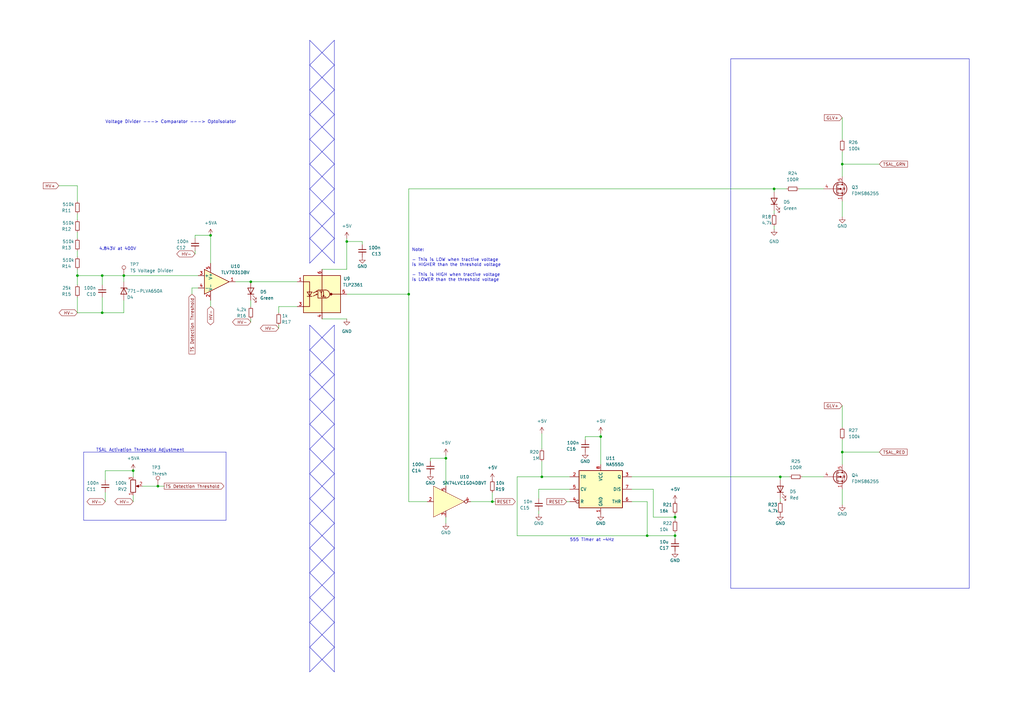
<source format=kicad_sch>
(kicad_sch (version 20230121) (generator eeschema)
  (paper "A3")
  (title_block (title "UCM23 Discharge & TSAL") (date "2023-06-26") (rev "V1.0") (company "Niko Smith") (comment 1 "University of Canterbury Motorsport"))
  (lib_symbols
    (symbol "Comparator:TLV7031DBV" (pin_names (offset 0.127))
      (property "Reference" "U" (at -1.27 6.35 0))
      (property "Value" "TLV7031DBV" (at -1.27 3.81 0))
      (symbol "TLV7031DBV_0_1"
        (polyline (pts (xy -5.08 5.08) (xy 5.08 0) (xy -5.08 -5.08) (xy -5.08 5.08)) (stroke (width 0.254)) (fill (type background)))
        (pin power_in line (at -2.54 -7.62 90) (length 3.81) (name "V-") (number "2"))
        (pin power_in line (at -2.54 7.62 270) (length 3.81) (name "V+") (number "5"))
      )
      (symbol "TLV7031DBV_1_1"
        (pin output line (at 7.62 0 180) (length 2.54) (name "~") (number "1"))
        (pin input line (at -7.62 2.54 0) (length 2.54) (name "+") (number "3"))
        (pin input line (at -7.62 -2.54 0) (length 2.54) (name "-") (number "4"))
      )
    )
    (symbol "Connector:TestPoint" (pin_numbers hide) (pin_names (offset 0.762) hide)
      (property "Reference" "TP" (at 0 6.858 0))
      (property "Value" "TestPoint" (at 0 5.08 0))
      (symbol "TestPoint_0_1"
        (circle (center 0 3.302) (radius 0.762))
      )
      (symbol "TestPoint_1_1"
        (pin passive line (at 0 0 90) (length 2.54) (name "1") (number "1"))
      )
    )
    (symbol "Device:C_Small" (pin_numbers hide) (pin_names (offset 0.254) hide)
      (property "Reference" "C" (at 0.254 1.778 0))
      (property "Value" "C_Small" (at 0.254 -2.032 0))
      (symbol "C_Small_0_1"
        (polyline (pts (xy -1.524 -0.508) (xy 1.524 -0.508)) (stroke (width 0.3302)))
        (polyline (pts (xy -1.524 0.508) (xy 1.524 0.508)) (stroke (width 0.3048)))
      )
      (symbol "C_Small_1_1"
        (pin passive line (at 0 2.54 270) (length 2.032) (name "~") (number "1"))
        (pin passive line (at 0 -2.54 90) (length 2.032) (name "~") (number "2"))
      )
    )
    (symbol "Device:D_Zener" (pin_numbers hide) (pin_names (offset 1.016) hide)
      (property "Reference" "D3" (at 2.54 1.27 90))
      (property "Value" "771-PLVA650A" (at 2.54 -1.27 90))
      (symbol "D_Zener_0_1"
        (polyline (pts (xy 1.27 0) (xy -1.27 0)))
        (polyline (pts (xy -1.27 -1.27) (xy -1.27 1.27) (xy -0.762 1.27)) (stroke (width 0.254)))
        (polyline (pts (xy 1.27 -1.27) (xy 1.27 1.27) (xy -1.27 0) (xy 1.27 -1.27)) (stroke (width 0.254)))
      )
      (symbol "D_Zener_1_1"
        (pin passive line (at 3.81 0 180) (length 2.54) (name "A") (number "1"))
        (pin passive line (at -3.81 0 0) (length 2.54) (name "K") (number "3"))
      )
    )
    (symbol "Device:LED" (pin_numbers hide) (pin_names (offset 1.016) hide)
      (property "Reference" "D" (at 0 2.54 0))
      (property "Value" "LED" (at 0 -2.54 0))
      (symbol "LED_0_1"
        (polyline (pts (xy -1.27 -1.27) (xy -1.27 1.27)) (stroke (width 0.254)))
        (polyline (pts (xy -1.27 0) (xy 1.27 0)))
        (polyline (pts (xy 1.27 -1.27) (xy 1.27 1.27) (xy -1.27 0) (xy 1.27 -1.27)) (stroke (width 0.254)))
        (polyline (pts (xy -3.048 -0.762) (xy -4.572 -2.286) (xy -3.81 -2.286) (xy -4.572 -2.286) (xy -4.572 -1.524)))
        (polyline (pts (xy -1.778 -0.762) (xy -3.302 -2.286) (xy -2.54 -2.286) (xy -3.302 -2.286) (xy -3.302 -1.524)))
      )
      (symbol "LED_1_1"
        (pin passive line (at -3.81 0 0) (length 2.54) (name "K") (number "1"))
        (pin passive line (at 3.81 0 180) (length 2.54) (name "A") (number "2"))
      )
    )
    (symbol "Device:R_Potentiometer" (pin_names (offset 1.016) hide)
      (property "Reference" "RV" (at -4.445 0 90))
      (property "Value" "R_Potentiometer" (at -2.54 0 90))
      (symbol "R_Potentiometer_0_1"
        (polyline (pts (xy 2.54 0) (xy 1.524 0)))
        (polyline (pts (xy 1.143 0) (xy 2.286 0.508) (xy 2.286 -0.508) (xy 1.143 0)) (fill (type outline)))
        (rectangle (start 1.016 2.54) (end -1.016 -2.54) (stroke (width 0.254)))
      )
      (symbol "R_Potentiometer_1_1"
        (pin passive line (at 0 3.81 270) (length 1.27) (name "1") (number "1"))
        (pin passive line (at 3.81 0 180) (length 1.27) (name "2") (number "2"))
        (pin passive line (at 0 -3.81 90) (length 1.27) (name "3") (number "3"))
      )
    )
    (symbol "Device:R_Small" (pin_numbers hide) (pin_names (offset 0.254) hide)
      (property "Reference" "R" (at 0.762 0.508 0))
      (property "Value" "R_Small" (at 0.762 -1.016 0))
      (symbol "R_Small_0_1"
        (rectangle (start -0.762 1.778) (end 0.762 -1.778) (stroke (width 0.2032)))
      )
      (symbol "R_Small_1_1"
        (pin passive line (at 0 2.54 270) (length 0.762) (name "~") (number "1"))
        (pin passive line (at 0 -2.54 90) (length 0.762) (name "~") (number "2"))
      )
    )
    (symbol "Isolator:TLP2361" (pin_names (offset 1.016) hide)
      (property "Reference" "U" (at -7.112 8.89 0))
      (property "Value" "TLP2361" (at 1.016 9.144 0))
      (symbol "TLP2361_0_1"
        (rectangle (start -7.62 7.62) (end 7.62 -7.62) (stroke (width 0.254)) (fill (type background)))
        (polyline (pts (xy -6.096 -0.889) (xy -4.064 -0.889)) (stroke (width 0.254)))
        (polyline (pts (xy -5.08 -1.27) (xy -5.08 -0.9144)) (stroke (width 0.254)))
        (polyline (pts (xy -5.08 1.016) (xy -5.08 -0.762)) (stroke (width 0.254)))
        (polyline (pts (xy -5.08 1.27) (xy -5.08 0.9144)) (stroke (width 0.254)))
        (polyline (pts (xy -3.556 -0.762) (xy -2.032 0)) (stroke (width 0.254)))
        (polyline (pts (xy -3.556 0.508) (xy -2.032 1.27)) (stroke (width 0.254)))
        (polyline (pts (xy -2.032 0) (xy -2.3368 0.0508)) (stroke (width 0.254)))
        (polyline (pts (xy -2.032 0) (xy -2.1844 -0.3048)) (stroke (width 0.254)))
        (polyline (pts (xy -2.032 1.27) (xy -2.3368 1.3208)) (stroke (width 0.254)))
        (polyline (pts (xy -2.032 1.27) (xy -2.1844 0.9652)) (stroke (width 0.254)))
        (polyline (pts (xy -0.0508 -7.6962) (xy -0.0508 -1.7272)) (stroke (width 0.254)))
        (polyline (pts (xy 0 7.6454) (xy 0 1.8034)) (stroke (width 0.254)))
        (polyline (pts (xy 0.8382 -0.5334) (xy 0.5842 -0.8128)) (stroke (width 0.254)))
        (polyline (pts (xy 7.747 0) (xy 4.064 0)) (stroke (width 0.254)))
        (polyline (pts (xy -7.62 -5.08) (xy -5.08 -5.08) (xy -5.08 -1.27)) (stroke (width 0.254)))
        (polyline (pts (xy -5.08 1.27) (xy -5.08 5.08) (xy -7.62 5.08)) (stroke (width 0.254)))
        (polyline (pts (xy -0.2794 0.6604) (xy -0.2794 -1.1176) (xy 1.6002 -1.1176)) (stroke (width 0.254)))
        (polyline (pts (xy 0.5842 -0.7874) (xy 0.3302 -0.5334) (xy 0.8382 -0.5334)) (stroke (width 0.254)))
        (polyline (pts (xy 0.6096 -0.8128) (xy 0.6096 1.2446) (xy -1.0668 1.2446)) (stroke (width 0.254)))
        (polyline (pts (xy -6.096 0.889) (xy -4.064 0.889) (xy -5.08 -0.762) (xy -6.096 0.889)) (stroke (width 0.254)))
        (polyline (pts (xy -0.3048 0.9398) (xy -0.5588 0.6858) (xy -0.0508 0.6858) (xy -0.3048 0.9398)) (stroke (width 0.254)))
        (polyline (pts (xy 1.3716 1.7018) (xy -1.6764 1.7018) (xy -1.6764 -1.6002) (xy 1.3716 -1.6002)) (stroke (width 0.254)))
        (arc (start 1.397 -1.6002) (mid 2.6016 -1.2064) (end 3.175 -0.0762) (stroke (width 0.254)))
        (arc (start 3.1496 -0.0508) (mid 2.6235 1.2011) (end 1.3716 1.7272) (stroke (width 0.254)))
        (circle (center 3.7084 0) (radius 0.4572) (fill (type outline)))
      )
      (symbol "TLP2361_1_1"
        (pin passive line (at -10.16 5.08 0) (length 2.54) (name "A") (number "1"))
        (pin no_connect line (at -7.62 0 0) (length 2.54) hide (name "NC") (number "2"))
        (pin passive line (at -10.16 -5.08 0) (length 2.54) (name "K") (number "3"))
        (pin power_in line (at 0 -10.16 90) (length 2.54) (name "GND") (number "4"))
        (pin output line (at 10.16 0 180) (length 2.54) (name "VO") (number "5"))
        (pin power_in line (at 0 10.16 270) (length 2.54) (name "VDD") (number "6"))
      )
    )
    (symbol "Timer:NA555D"
      (property "Reference" "U" (at -10.16 8.89 0))
      (property "Value" "NA555D" (at 2.54 8.89 0))
      (symbol "NA555D_0_0"
        (pin power_in line (at 0 -10.16 90) (length 2.54) (name "GND") (number "1"))
        (pin power_in line (at 0 10.16 270) (length 2.54) (name "VCC") (number "8"))
      )
      (symbol "NA555D_0_1"
        (rectangle (start -8.89 -7.62) (end 8.89 7.62) (stroke (width 0.254)) (fill (type background)))
        (rectangle (start -8.89 -7.62) (end 8.89 7.62) (stroke (width 0.254)) (fill (type background)))
      )
      (symbol "NA555D_1_1"
        (pin input line (at -12.7 5.08 0) (length 3.81) (name "TR") (number "2"))
        (pin output line (at 12.7 5.08 180) (length 3.81) (name "Q") (number "3"))
        (pin input inverted (at -12.7 -5.08 0) (length 3.81) (name "R") (number "4"))
        (pin input line (at -12.7 0 0) (length 3.81) (name "CV") (number "5"))
        (pin input line (at 12.7 -5.08 180) (length 3.81) (name "THR") (number "6"))
        (pin input line (at 12.7 0 180) (length 3.81) (name "DIS") (number "7"))
      )
    )
    (symbol "Transistor_FET:FDMS86255" (pin_names hide)
      (property "Reference" "Q" (at 5.08 1.905 0))
      (property "Value" "FDMS86255" (at 5.08 0 0))
      (symbol "FDMS86255_0_1"
        (polyline (pts (xy 0.254 0) (xy -2.54 0)))
        (polyline (pts (xy 0.254 1.905) (xy 0.254 -1.905)) (stroke (width 0.254)))
        (polyline (pts (xy 0.762 -1.27) (xy 0.762 -2.286)) (stroke (width 0.254)))
        (polyline (pts (xy 0.762 0.508) (xy 0.762 -0.508)) (stroke (width 0.254)))
        (polyline (pts (xy 0.762 2.286) (xy 0.762 1.27)) (stroke (width 0.254)))
        (polyline (pts (xy 2.54 2.54) (xy 2.54 1.778)))
        (polyline (pts (xy 2.54 -2.54) (xy 2.54 0) (xy 0.762 0)))
        (polyline (pts (xy 0.762 -1.778) (xy 3.302 -1.778) (xy 3.302 1.778) (xy 0.762 1.778)))
        (polyline (pts (xy 1.016 0) (xy 2.032 0.381) (xy 2.032 -0.381) (xy 1.016 0)) (fill (type outline)))
        (polyline (pts (xy 2.794 0.508) (xy 2.921 0.381) (xy 3.683 0.381) (xy 3.81 0.254)))
        (polyline (pts (xy 3.302 0.381) (xy 2.921 -0.254) (xy 3.683 -0.254) (xy 3.302 0.381)))
        (circle (center 1.651 0) (radius 2.794) (stroke (width 0.254)))
        (circle (center 2.54 -1.778) (radius 0.254) (fill (type outline)))
        (circle (center 2.54 1.778) (radius 0.254) (fill (type outline)))
      )
      (symbol "FDMS86255_1_1"
        (pin passive line (at 2.54 -5.08 90) (length 2.54) (name "S") (number "1"))
        (pin passive line (at 2.54 -5.08 90) (length 2.54) hide (name "S") (number "2"))
        (pin passive line (at 2.54 -5.08 90) (length 2.54) hide (name "S") (number "3"))
        (pin passive line (at -5.08 0 0) (length 2.54) (name "G") (number "4"))
        (pin passive line (at 2.54 5.08 270) (length 2.54) (name "D") (number "5"))
      )
    )
    (symbol "UCM67_Standard:SN74LVC1G04"
      (property "Reference" "U" (at 3.81 7.62 0))
      (property "Value" "SN74LVC1G04" (at 7.62 5.08 0))
      (symbol "SN74LVC1G04_0_1"
        (polyline (pts (xy -5.08 6.35) (xy 7.62 0)) (stroke (width 0.1524)))
        (polyline (pts (xy -5.08 6.35) (xy -5.08 -6.35) (xy 7.62 0)) (stroke (width 0.1524)) (fill (type background)))
      )
      (symbol "SN74LVC1G04_1_1"
        (pin input line (at 5.08 -3.81 90) (length 2.54) hide (name "") (number "1"))
        (pin input line (at -7.62 0 0) (length 2.54) (name "") (number "2"))
        (pin power_in line (at 0 -6.35 90) (length 2.54) (name "") (number "3"))
        (pin power_in inverted (at 10.16 0 180) (length 2.54) (name "") (number "4"))
        (pin power_in line (at 0 6.35 270) (length 2.54) (name "") (number "5"))
      )
    )
    (symbol "power:+5V" (power) (pin_names (offset 0))
      (property "Value" "+5V" (at 0 3.556 0))
      (symbol "+5V_0_1"
        (polyline (pts (xy -0.762 1.27) (xy 0 2.54)))
        (polyline (pts (xy 0 0) (xy 0 2.54)))
        (polyline (pts (xy 0 2.54) (xy 0.762 1.27)))
      )
      (symbol "+5V_1_1"
        (pin power_in line (at 0 0 90) (length 0) hide (name "+5V") (number "1"))
      )
    )
    (symbol "power:+5VA" (power) (pin_names (offset 0))
      (property "Value" "+5VA" (at 0 3.556 0))
      (symbol "+5VA_0_1"
        (polyline (pts (xy -0.762 1.27) (xy 0 2.54)))
        (polyline (pts (xy 0 0) (xy 0 2.54)))
        (polyline (pts (xy 0 2.54) (xy 0.762 1.27)))
      )
      (symbol "+5VA_1_1"
        (pin power_in line (at 0 0 90) (length 0) hide (name "+5VA") (number "1"))
      )
    )
    (symbol "power:GND" (power) (pin_names (offset 0))
      (property "Value" "GND" (at 0 -3.81 0))
      (symbol "GND_0_1"
        (polyline (pts (xy 0 0) (xy 0 -1.27) (xy 1.27 -1.27) (xy 0 -2.54) (xy -1.27 -1.27) (xy 0 -1.27)))
      )
      (symbol "GND_1_1"
        (pin power_in line (at 0 0 270) (length 0) hide (name "GND") (number "1"))
      )
    )
  )
  (junction (at 41.91 128.27))
  (junction (at 50.8 113.03))
  (junction (at 276.86 219.71))
  (junction (at 345.44 185.42))
  (junction (at 317.5 77.47))
  (junction (at 31.75 113.03))
  (junction (at 345.44 67.31))
  (junction (at 41.91 113.03))
  (junction (at 276.86 212.09))
  (junction (at 86.36 96.52))
  (junction (at 167.64 120.65))
  (junction (at 64.77 199.39))
  (junction (at 246.38 179.07))
  (junction (at 182.88 187.96))
  (junction (at 222.25 195.58))
  (junction (at 201.93 205.74))
  (junction (at 320.04 195.58))
  (junction (at 54.61 193.04))
  (junction (at 142.24 99.06))
  (junction (at 102.87 115.57))
  (junction (at 265.43 219.71))
  (polyline (pts (xy 127 234.95) (xy 137.16 224.79)))
  (polyline (pts (xy 127 163.83) (xy 137.16 173.99)))
  (polyline (pts (xy 127 36.83) (xy 137.16 26.67)))
  (polyline (pts (xy 127 245.11) (xy 137.16 255.27)))
  (polyline (pts (xy 127 133.35) (xy 137.16 143.51)))
  (wire (pts (xy 259.08 195.58) (xy 320.04 195.58)))
  (polyline (pts (xy 127 184.15) (xy 137.16 194.31)))
  (wire (pts (xy 80.01 97.79) (xy 80.01 96.52)))
  (polyline (pts (xy 127 67.31) (xy 137.16 57.15)))
  (wire (pts (xy 327.66 77.47) (xy 337.82 77.47)))
  (polyline (pts (xy 299.72 24.13) (xy 299.72 241.3)))
  (wire (pts (xy 276.86 218.44) (xy 276.86 219.71)))
  (polyline (pts (xy 127 224.79) (xy 137.16 214.63)))
  (wire (pts (xy 80.01 102.87) (xy 80.01 104.14)))
  (wire (pts (xy 320.04 195.58) (xy 323.85 195.58)))
  (wire (pts (xy 222.25 195.58) (xy 212.09 195.58)))
  (polyline (pts (xy 127 184.15) (xy 137.16 173.99)))
  (polyline (pts (xy 127 133.35) (xy 127 275.59)))
  (wire (pts (xy 31.75 121.92) (xy 31.75 128.27)))
  (wire (pts (xy 176.53 187.96) (xy 182.88 187.96)))
  (polyline (pts (xy 137.16 133.35) (xy 137.16 275.59)))
  (polyline (pts (xy 127 255.27) (xy 137.16 245.11)))
  (wire (pts (xy 64.77 199.39) (xy 67.31 199.39)))
  (wire (pts (xy 220.98 200.66) (xy 220.98 204.47)))
  (polyline (pts (xy 127 57.15) (xy 137.16 67.31)))
  (wire (pts (xy 232.41 205.74) (xy 233.68 205.74)))
  (wire (pts (xy 212.09 195.58) (xy 212.09 219.71)))
  (wire (pts (xy 182.88 186.69) (xy 182.88 187.96)))
  (wire (pts (xy 233.68 195.58) (xy 222.25 195.58)))
  (polyline (pts (xy 127 87.63) (xy 137.16 97.79)))
  (wire (pts (xy 31.75 113.03) (xy 41.91 113.03)))
  (wire (pts (xy 317.5 93.98) (xy 317.5 92.71)))
  (wire (pts (xy 102.87 130.81) (xy 102.87 132.08)))
  (wire (pts (xy 246.38 179.07) (xy 246.38 190.5)))
  (polyline (pts (xy 127 204.47) (xy 137.16 214.63)))
  (wire (pts (xy 31.75 128.27) (xy 41.91 128.27)))
  (wire (pts (xy 31.75 95.25) (xy 31.75 97.79)))
  (polyline (pts (xy 127 107.95) (xy 137.16 97.79)))
  (wire (pts (xy 240.03 180.34) (xy 240.03 179.07)))
  (wire (pts (xy 345.44 67.31) (xy 345.44 72.39)))
  (polyline (pts (xy 127 214.63) (xy 137.16 224.79)))
  (wire (pts (xy 167.64 77.47) (xy 317.5 77.47)))
  (polyline (pts (xy 127 143.51) (xy 137.16 153.67)))
  (polyline (pts (xy 127 87.63) (xy 137.16 77.47)))
  (wire (pts (xy 50.8 113.03) (xy 81.28 113.03)))
  (wire (pts (xy 265.43 219.71) (xy 276.86 219.71)))
  (polyline (pts (xy 127 265.43) (xy 137.16 275.59)))
  (polyline (pts (xy 34.29 185.42) (xy 34.29 213.36)))
  (wire (pts (xy 78.74 120.65) (xy 78.74 118.11)))
  (polyline (pts (xy 127 77.47) (xy 137.16 87.63)))
  (wire (pts (xy 265.43 205.74) (xy 265.43 219.71)))
  (polyline (pts (xy 127 26.67) (xy 137.16 36.83)))
  (polyline (pts (xy 127 173.99) (xy 137.16 184.15)))
  (wire (pts (xy 24.13 76.2) (xy 31.75 76.2)))
  (wire (pts (xy 50.8 128.27) (xy 41.91 128.27)))
  (polyline (pts (xy 34.29 213.36) (xy 92.71 213.36)))
  (polyline (pts (xy 127 97.79) (xy 137.16 87.63)))
  (wire (pts (xy 267.97 200.66) (xy 267.97 212.09)))
  (wire (pts (xy 276.86 212.09) (xy 276.86 213.36)))
  (wire (pts (xy 58.42 199.39) (xy 64.77 199.39)))
  (wire (pts (xy 43.18 196.85) (xy 43.18 193.04)))
  (polyline (pts (xy 127 67.31) (xy 137.16 77.47)))
  (wire (pts (xy 41.91 121.92) (xy 41.91 128.27)))
  (wire (pts (xy 50.8 113.03) (xy 50.8 115.57)))
  (polyline (pts (xy 127 57.15) (xy 137.16 46.99)))
  (wire (pts (xy 345.44 82.55) (xy 345.44 88.9)))
  (wire (pts (xy 102.87 115.57) (xy 121.92 115.57)))
  (polyline (pts (xy 127 36.83) (xy 137.16 46.99)))
  (polyline (pts (xy 127 153.67) (xy 137.16 163.83)))
  (polyline (pts (xy 127 265.43) (xy 137.16 255.27)))
  (wire (pts (xy 345.44 185.42) (xy 360.68 185.42)))
  (polyline (pts (xy 127 224.79) (xy 137.16 234.95)))
  (polyline (pts (xy 127 77.47) (xy 137.16 67.31)))
  (wire (pts (xy 328.93 195.58) (xy 337.82 195.58)))
  (polyline (pts (xy 127 153.67) (xy 137.16 143.51)))
  (wire (pts (xy 345.44 62.23) (xy 345.44 67.31)))
  (polyline (pts (xy 127 194.31) (xy 137.16 184.15)))
  (wire (pts (xy 41.91 113.03) (xy 50.8 113.03)))
  (wire (pts (xy 201.93 205.74) (xy 203.2 205.74)))
  (polyline (pts (xy 127 46.99) (xy 137.16 36.83)))
  (wire (pts (xy 114.3 133.35) (xy 114.3 134.62)))
  (wire (pts (xy 31.75 87.63) (xy 31.75 90.17)))
  (polyline (pts (xy 127 245.11) (xy 137.16 234.95)))
  (wire (pts (xy 148.59 100.33) (xy 148.59 99.06)))
  (wire (pts (xy 31.75 110.49) (xy 31.75 113.03)))
  (polyline (pts (xy 127 255.27) (xy 137.16 265.43)))
  (polyline (pts (xy 127 204.47) (xy 137.16 194.31)))
  (wire (pts (xy 86.36 96.52) (xy 86.36 107.95)))
  (polyline (pts (xy 299.72 24.13) (xy 397.51 24.13)))
  (wire (pts (xy 345.44 185.42) (xy 345.44 190.5)))
  (polyline (pts (xy 127 46.99) (xy 137.16 57.15)))
  (wire (pts (xy 31.75 76.2) (xy 31.75 82.55)))
  (wire (pts (xy 222.25 177.8) (xy 222.25 184.15)))
  (wire (pts (xy 31.75 102.87) (xy 31.75 105.41)))
  (wire (pts (xy 345.44 48.26) (xy 345.44 57.15)))
  (wire (pts (xy 43.18 205.74) (xy 43.18 201.93)))
  (wire (pts (xy 201.93 205.74) (xy 201.93 201.93)))
  (wire (pts (xy 167.64 77.47) (xy 167.64 120.65)))
  (wire (pts (xy 212.09 219.71) (xy 265.43 219.71)))
  (wire (pts (xy 246.38 177.8) (xy 246.38 179.07)))
  (polyline (pts (xy 127 173.99) (xy 137.16 163.83)))
  (wire (pts (xy 267.97 212.09) (xy 276.86 212.09)))
  (polyline (pts (xy 127 16.51) (xy 127 107.95)))
  (wire (pts (xy 80.01 96.52) (xy 86.36 96.52)))
  (polyline (pts (xy 127 97.79) (xy 137.16 107.95)))
  (polyline (pts (xy 127 194.31) (xy 137.16 204.47)))
  (polyline (pts (xy 92.71 185.42) (xy 34.29 185.42)))
  (wire (pts (xy 78.74 118.11) (xy 81.28 118.11)))
  (wire (pts (xy 102.87 123.19) (xy 102.87 125.73)))
  (wire (pts (xy 182.88 187.96) (xy 182.88 199.39)))
  (polyline (pts (xy 127 143.51) (xy 137.16 133.35)))
  (polyline (pts (xy 127 275.59) (xy 137.16 265.43)))
  (wire (pts (xy 121.92 125.73) (xy 114.3 125.73)))
  (wire (pts (xy 317.5 86.36) (xy 317.5 87.63)))
  (wire (pts (xy 167.64 205.74) (xy 175.26 205.74)))
  (wire (pts (xy 114.3 125.73) (xy 114.3 128.27)))
  (wire (pts (xy 142.24 97.79) (xy 142.24 99.06)))
  (wire (pts (xy 220.98 209.55) (xy 220.98 210.82)))
  (polyline (pts (xy 127 163.83) (xy 137.16 153.67)))
  (wire (pts (xy 167.64 120.65) (xy 167.64 205.74)))
  (wire (pts (xy 345.44 180.34) (xy 345.44 185.42)))
  (wire (pts (xy 142.24 99.06) (xy 142.24 110.49)))
  (wire (pts (xy 86.36 123.19) (xy 86.36 125.73)))
  (wire (pts (xy 54.61 193.04) (xy 54.61 195.58)))
  (wire (pts (xy 41.91 113.03) (xy 41.91 116.84)))
  (wire (pts (xy 96.52 115.57) (xy 102.87 115.57)))
  (polyline (pts (xy 127 16.51) (xy 137.16 26.67)))
  (wire (pts (xy 259.08 205.74) (xy 265.43 205.74)))
  (wire (pts (xy 345.44 166.37) (xy 345.44 175.26)))
  (wire (pts (xy 317.5 77.47) (xy 322.58 77.47)))
  (wire (pts (xy 142.24 120.65) (xy 167.64 120.65)))
  (polyline (pts (xy 127 214.63) (xy 137.16 204.47)))
  (wire (pts (xy 240.03 179.07) (xy 246.38 179.07)))
  (polyline (pts (xy 92.71 213.36) (xy 92.71 185.42)))
  (wire (pts (xy 132.08 110.49) (xy 142.24 110.49)))
  (wire (pts (xy 182.88 214.63) (xy 182.88 212.09)))
  (wire (pts (xy 259.08 200.66) (xy 267.97 200.66)))
  (wire (pts (xy 193.04 205.74) (xy 201.93 205.74)))
  (wire (pts (xy 222.25 189.23) (xy 222.25 195.58)))
  (polyline (pts (xy 127 26.67) (xy 137.16 16.51)))
  (polyline (pts (xy 397.51 241.3) (xy 397.51 24.13)))
  (wire (pts (xy 276.86 210.82) (xy 276.86 212.09)))
  (polyline (pts (xy 137.16 16.51) (xy 137.16 107.95)))
  (wire (pts (xy 54.61 203.2) (xy 54.61 205.74)))
  (wire (pts (xy 148.59 99.06) (xy 142.24 99.06)))
  (wire (pts (xy 233.68 200.66) (xy 220.98 200.66)))
  (polyline (pts (xy 127 234.95) (xy 137.16 245.11)))
  (polyline (pts (xy 299.72 241.3) (xy 397.51 241.3)))
  (wire (pts (xy 320.04 204.47) (xy 320.04 205.74)))
  (wire (pts (xy 176.53 187.96) (xy 176.53 189.23)))
  (wire (pts (xy 317.5 77.47) (xy 317.5 78.74)))
  (wire (pts (xy 50.8 123.19) (xy 50.8 128.27)))
  (wire (pts (xy 345.44 67.31) (xy 360.68 67.31)))
  (wire (pts (xy 31.75 113.03) (xy 31.75 116.84)))
  (wire (pts (xy 345.44 200.66) (xy 345.44 207.01)))
  (wire (pts (xy 320.04 195.58) (xy 320.04 196.85)))
  (wire (pts (xy 43.18 193.04) (xy 54.61 193.04)))
  (wire (pts (xy 132.08 130.81) (xy 142.24 130.81)))
  (wire (pts (xy 276.86 219.71) (xy 276.86 220.98)))
  (text "Note:\n\n- This is LOW when tractive voltage\nis HIGHER than the threshold voltage\n\n- This is HIGH when tractive voltage\nis LOWER than the threshold voltage" (at 168.91 115.57 0) (effects (font (size 1.27 1.27)) (justify left bottom)))
  (text "TSAL Activation Threshold Adjustment" (at 39.37 185.42 0) (effects (font (size 1.27 1.27)) (justify left bottom)))
  (text "Voltage Divider ---> Comparator ---> Optoisolator" (at 43.18 50.8 0) (effects (font (size 1.27 1.27)) (justify left bottom)))
  (text "4.843V at 400V" (at 40.64 102.87 0) (effects (font (size 1.27 1.27)) (justify left bottom)))
  (text "555 Timer at ~4Hz" (at 233.68 222.25 0) (effects (font (size 1.27 1.27)) (justify left bottom)))
  (global_label "GLV+" (shape input) (at 345.44 166.37 180) (property "Intersheetrefs" "${INTERSHEET_REFS}" (effects hide)))
  (global_label "TSAL_GRN" (shape input) (at 360.68 67.31 0) (property "Intersheetrefs" "${INTERSHEET_REFS}" (effects hide)))
  (global_label "TS Detection Threshold" (shape output) (at 67.31 199.39 0) (property "Intersheetrefs" "${INTERSHEET_REFS}" (effects hide)))
  (global_label "TSAL_RED" (shape input) (at 360.68 185.42 0) (property "Intersheetrefs" "${INTERSHEET_REFS}" (effects hide)))
  (global_label "HV-" (shape bidirectional) (at 43.18 205.74 180) (property "Intersheetrefs" "${INTERSHEET_REFS}" (effects hide)))
  (global_label "RESET" (shape output) (at 203.2 205.74 0) (property "Intersheetrefs" "${INTERSHEET_REFS}" (effects hide)))
  (global_label "HV-" (shape bidirectional) (at 31.75 128.27 180) (property "Intersheetrefs" "${INTERSHEET_REFS}" (effects hide)))
  (global_label "HV-" (shape bidirectional) (at 102.87 132.08 180) (property "Intersheetrefs" "${INTERSHEET_REFS}" (effects hide)))
  (global_label "HV-" (shape bidirectional) (at 80.01 104.14 180) (property "Intersheetrefs" "${INTERSHEET_REFS}" (effects hide)))
  (global_label "RESET" (shape input) (at 232.41 205.74 180) (property "Intersheetrefs" "${INTERSHEET_REFS}" (effects hide)))
  (global_label "HV-" (shape bidirectional) (at 86.36 125.73 270) (property "Intersheetrefs" "${INTERSHEET_REFS}" (effects hide)))
  (global_label "HV+" (shape input) (at 24.13 76.2 180) (property "Intersheetrefs" "${INTERSHEET_REFS}" (effects hide)))
  (global_label "GLV+" (shape input) (at 345.44 48.26 180) (property "Intersheetrefs" "${INTERSHEET_REFS}" (effects hide)))
  (global_label "HV-" (shape bidirectional) (at 114.3 134.62 180) (property "Intersheetrefs" "${INTERSHEET_REFS}" (effects hide)))
  (global_label "HV-" (shape bidirectional) (at 54.61 205.74 180) (property "Intersheetrefs" "${INTERSHEET_REFS}" (effects hide)))
  (global_label "TS Detection Threshold" (shape input) (at 78.74 120.65 270) (property "Intersheetrefs" "${INTERSHEET_REFS}" (effects hide)))
  (symbol (lib_id "power:+5V") (at 276.86 205.74 0) (mirror y) (unit 1)
    (property "Reference" "#PWR076" (effects hide))
    (property "Value" "+5V" (at 276.86 200.66 0))
  )
  (symbol (lib_id "Connector:TestPoint") (at 50.8 113.03 0) (unit 1)
    (property "Reference" "TP7" (at 53.34 108.4579 0) (effects (justify left)))
    (property "Value" "TS Voltage Divider" (at 53.34 110.9979 0) (effects (justify left)))
    (property "Footprint" "UCM_Components:1206 Testpoint" (effects hide))
  )
  (symbol (lib_id "Device:R_Small") (at 345.44 59.69 0) (unit 1)
    (property "Reference" "R26" (at 347.98 58.4199 0) (effects (justify left)))
    (property "Value" "100k" (at 347.98 60.9599 0) (effects (justify left)))
    (property "Footprint" "Resistor_SMD:R_0603_1608Metric" (effects hide))
  )
  (symbol (lib_id "Device:R_Small") (at 102.87 128.27 180) (unit 1)
    (property "Reference" "R16" (at 99.06 129.54 0))
    (property "Value" "4.2k" (at 99.06 127 0))
    (property "Footprint" "Resistor_SMD:R_0603_1608Metric" (effects hide))
  )
  (symbol (lib_id "Timer:NA555D") (at 246.38 200.66 0) (unit 1)
    (property "Reference" "U11" (at 248.3994 187.96 0) (effects (justify left)))
    (property "Value" "NA555D" (at 248.3994 190.5 0) (effects (justify left)))
    (property "Footprint" "Package_SO:SOIC-8_3.9x4.9mm_P1.27mm" (effects hide))
    (property "Datasheet" "http://www.ti.com/lit/ds/symlink/ne555.pdf" (effects hide))
  )
  (symbol (lib_id "power:GND") (at 240.03 185.42 0) (mirror y) (unit 1)
    (property "Reference" "#PWR073" (effects hide))
    (property "Value" "GND" (at 240.03 189.23 0))
  )
  (symbol (lib_id "Device:LED") (at 317.5 82.55 90) (unit 1)
    (property "Reference" "D5" (at 321.31 82.8674 90) (effects (justify right)))
    (property "Value" "Green" (at 321.31 85.4074 90) (effects (justify right)))
    (property "Footprint" "LED_SMD:LED_0603_1608Metric" (effects hide))
  )
  (symbol (lib_id "power:GND") (at 220.98 210.82 0) (mirror y) (unit 1)
    (property "Reference" "#PWR071" (effects hide))
    (property "Value" "GND" (at 220.98 214.63 0))
  )
  (symbol (lib_id "Transistor_FET:FDMS86255") (at 342.9 77.47 0) (unit 1)
    (property "Reference" "Q3" (at 349.25 76.835 0) (effects (justify left)))
    (property "Value" "FDMS86255" (at 349.25 79.375 0) (effects (justify left)))
    (property "Footprint" "Package_TO_SOT_SMD:TDSON-8-1" (effects hide))
    (property "Datasheet" "https://www.onsemi.com/pub/Collateral/FDMS86255-D.pdf" (effects hide))
  )
  (symbol (lib_id "Device:R_Small") (at 31.75 100.33 180) (unit 1)
    (property "Reference" "R13" (at 29.21 101.6 0) (effects (justify left)))
    (property "Value" "510k" (at 30.48 99.06 0) (effects (justify left)))
    (property "Footprint" "Resistor_SMD:R_1206_3216Metric" (effects hide))
  )
  (symbol (lib_id "Device:R_Small") (at 31.75 85.09 180) (unit 1)
    (property "Reference" "R11" (at 29.21 86.36 0) (effects (justify left)))
    (property "Value" "510k" (at 30.48 83.82 0) (effects (justify left)))
    (property "Footprint" "Resistor_SMD:R_1206_3216Metric" (effects hide))
  )
  (symbol (lib_id "Device:LED") (at 320.04 200.66 90) (unit 1)
    (property "Reference" "D5" (at 323.85 201.6125 90) (effects (justify right)))
    (property "Value" "Red" (at 323.85 204.1525 90) (effects (justify right)))
    (property "Footprint" "LED_SMD:LED_0603_1608Metric" (effects hide))
  )
  (symbol (lib_id "power:GND") (at 317.5 93.98 0) (unit 1)
    (property "Reference" "#PWR063" (effects hide))
    (property "Value" "GND" (at 317.5 99.06 0))
  )
  (symbol (lib_id "Device:R_Potentiometer") (at 54.61 199.39 0) (mirror x) (unit 1)
    (property "Reference" "RV2" (at 52.07 200.6601 0) (effects (justify right)))
    (property "Value" "100k" (at 52.07 198.1201 0) (effects (justify right)))
    (property "Footprint" "Potentiometer_THT:Potentiometer_Bourns_3296W_Vertical" (effects hide))
  )
  (symbol (lib_id "power:+5VA") (at 86.36 96.52 0) (mirror y) (unit 1)
    (property "Reference" "#PWR056" (effects hide))
    (property "Value" "+5VA" (at 83.82 91.44 0) (effects (justify right)))
  )
  (symbol (lib_id "Connector:TestPoint") (at 64.77 199.39 0) (unit 1)
    (property "Reference" "TP3" (at 62.23 191.77 0) (effects (justify left)))
    (property "Value" "Thresh" (at 62.23 194.31 0) (effects (justify left)))
    (property "Footprint" "UCM_Components:1206 Testpoint" (effects hide))
    (instances (project "VehicleJunctionBoxMotherboard_PCB" (path "" (reference "TP3") (unit 1)) (path "" (reference "TP4") (unit 1))))
  )
  (symbol (lib_id "Device:C_Small") (at 41.91 119.38 0) (mirror y) (unit 1)
    (property "Reference" "C10" (at 39.37 120.65 0) (effects (justify left)))
    (property "Value" "100n" (at 39.37 118.11 0) (effects (justify left)))
    (property "Footprint" "Capacitor_SMD:C_0603_1608Metric" (effects hide))
  )
  (symbol (lib_id "power:GND") (at 345.44 207.01 0) (mirror y) (unit 1)
    (property "Reference" "#PWR082" (effects hide))
    (property "Value" "GND" (at 345.44 210.82 0))
  )
  (symbol (lib_id "Device:R_Small") (at 317.5 90.17 0) (unit 1)
    (property "Reference" "R18" (at 312.42 88.9 0) (effects (justify left)))
    (property "Value" "4.7k" (at 312.42 91.44 0) (effects (justify left)))
    (property "Footprint" "Resistor_SMD:R_0603_1608Metric" (effects hide))
  )
  (symbol (lib_id "Isolator:TLP2361") (at 132.08 120.65 0) (unit 1)
    (property "Reference" "U9" (at 142.24 114.3 0))
    (property "Value" "TLP2361" (at 144.78 116.84 0))
    (property "Footprint" "Package_SO:SO-5_4.4x3.6mm_P1.27mm" (effects hide))
    (property "Datasheet" "https://toshiba.semicon-storage.com/info/docget.jsp?did=29407&prodName=TLP2748" (effects hide))
  )
  (symbol (lib_id "Device:C_Small") (at 176.53 191.77 0) (mirror y) (unit 1)
    (property "Reference" "C14" (at 172.72 193.04 0) (effects (justify left)))
    (property "Value" "100n" (at 173.99 190.5 0) (effects (justify left)))
    (property "Footprint" "Capacitor_SMD:C_0603_1608Metric" (effects hide))
  )
  (symbol (lib_id "power:+5V") (at 222.25 177.8 0) (mirror y) (unit 1)
    (property "Reference" "#PWR072" (effects hide))
    (property "Value" "+5V" (at 222.25 172.72 0))
  )
  (symbol (lib_id "power:GND") (at 345.44 88.9 0) (mirror y) (unit 1)
    (property "Reference" "#PWR080" (effects hide))
    (property "Value" "GND" (at 345.44 92.71 0))
  )
  (symbol (lib_id "Device:R_Small") (at 325.12 77.47 90) (unit 1)
    (property "Reference" "R24" (at 325.12 71.12 90))
    (property "Value" "100R" (at 325.12 73.66 90))
    (property "Footprint" "Resistor_SMD:R_0603_1608Metric" (effects hide))
  )
  (symbol (lib_id "power:+5V") (at 246.38 177.8 0) (mirror y) (unit 1)
    (property "Reference" "#PWR074" (effects hide))
    (property "Value" "+5V" (at 246.38 172.72 0))
  )
  (symbol (lib_id "Device:R_Small") (at 114.3 130.81 180) (unit 1)
    (property "Reference" "R17" (at 119.38 132.08 0) (effects (justify left)))
    (property "Value" "1k" (at 118.11 129.54 0) (effects (justify left)))
    (property "Footprint" "Resistor_SMD:R_0603_1608Metric" (effects hide))
  )
  (symbol (lib_id "power:GND") (at 176.53 194.31 0) (mirror y) (unit 1)
    (property "Reference" "#PWR064" (effects hide))
    (property "Value" "GND" (at 176.53 198.12 0))
  )
  (symbol (lib_id "UCM67_Standard:SN74LVC1G04") (at 182.88 205.74 0) (unit 1)
    (property "Reference" "U10" (at 190.5 195.58 0))
    (property "Value" "SN74LVC1G04DBVT" (at 190.5 198.12 0))
    (property "Footprint" "Package_TO_SOT_SMD:SOT-23-5" (effects hide))
  )
  (symbol (lib_id "Device:R_Small") (at 31.75 92.71 180) (unit 1)
    (property "Reference" "R12" (at 29.21 93.98 0) (effects (justify left)))
    (property "Value" "510k" (at 30.48 91.44 0) (effects (justify left)))
    (property "Footprint" "Resistor_SMD:R_1206_3216Metric" (effects hide))
  )
  (symbol (lib_id "Device:R_Small") (at 31.75 107.95 180) (unit 1)
    (property "Reference" "R14" (at 29.21 109.22 0) (effects (justify left)))
    (property "Value" "510k" (at 30.48 106.68 0) (effects (justify left)))
    (property "Footprint" "Resistor_SMD:R_1206_3216Metric" (effects hide))
  )
  (symbol (lib_id "Device:R_Small") (at 276.86 215.9 0) (unit 1)
    (property "Reference" "R22" (at 271.78 214.63 0) (effects (justify left)))
    (property "Value" "10k" (at 270.51 217.17 0) (effects (justify left)))
    (property "Footprint" "Resistor_SMD:R_0603_1608Metric" (effects hide))
  )
  (symbol (lib_id "Device:R_Small") (at 320.04 208.28 0) (unit 1)
    (property "Reference" "R23" (at 314.96 207.01 0) (effects (justify left)))
    (property "Value" "4.7k" (at 314.96 209.55 0) (effects (justify left)))
    (property "Footprint" "Resistor_SMD:R_0603_1608Metric" (effects hide))
  )
  (symbol (lib_id "power:GND") (at 142.24 130.81 0) (unit 1)
    (property "Reference" "#PWR061" (effects hide))
    (property "Value" "GND" (at 142.24 135.89 0))
  )
  (symbol (lib_id "Device:R_Small") (at 201.93 199.39 180) (unit 1)
    (property "Reference" "R19" (at 207.01 200.66 0) (effects (justify left)))
    (property "Value" "10k" (at 207.01 198.12 0) (effects (justify left)))
    (property "Footprint" "Resistor_SMD:R_0603_1608Metric" (effects hide))
  )
  (symbol (lib_id "Device:R_Small") (at 326.39 195.58 90) (unit 1)
    (property "Reference" "R25" (at 326.39 189.23 90))
    (property "Value" "100R" (at 326.39 191.77 90))
    (property "Footprint" "Resistor_SMD:R_0603_1608Metric" (effects hide))
  )
  (symbol (lib_id "Transistor_FET:FDMS86255") (at 342.9 195.58 0) (unit 1)
    (property "Reference" "Q4" (at 349.25 194.945 0) (effects (justify left)))
    (property "Value" "FDMS86255" (at 349.25 197.485 0) (effects (justify left)))
    (property "Footprint" "Package_TO_SOT_SMD:TDSON-8-1" (effects hide))
    (property "Datasheet" "https://www.onsemi.com/pub/Collateral/FDMS86255-D.pdf" (effects hide))
  )
  (symbol (lib_id "Device:D_Zener") (at 50.8 119.38 270) (unit 1)
    (property "Reference" "D4" (at 52.07 121.92 90) (effects (justify left)))
    (property "Value" "771-PLVA650A" (at 52.07 119.38 90) (effects (justify left)))
    (property "Footprint" "Package_TO_SOT_SMD:SOT-23" (effects hide))
  )
  (symbol (lib_id "power:GND") (at 276.86 226.06 0) (mirror y) (unit 1)
    (property "Reference" "#PWR077" (effects hide))
    (property "Value" "GND" (at 276.86 229.87 0))
  )
  (symbol (lib_id "power:+5VA") (at 54.61 193.04 0) (mirror y) (unit 1)
    (property "Reference" "#PWR051" (effects hide))
    (property "Value" "+5VA" (at 52.07 187.96 0) (effects (justify right)))
  )
  (symbol (lib_id "Device:LED") (at 102.87 119.38 90) (unit 1)
    (property "Reference" "D5" (at 106.68 119.6974 90) (effects (justify right)))
    (property "Value" "Green" (at 106.68 122.2374 90) (effects (justify right)))
    (property "Footprint" "LED_SMD:LED_0603_1608Metric" (effects hide))
  )
  (symbol (lib_id "Device:C_Small") (at 276.86 223.52 0) (mirror y) (unit 1)
    (property "Reference" "C17" (at 274.32 224.79 0) (effects (justify left)))
    (property "Value" "10u" (at 274.32 222.25 0) (effects (justify left)))
    (property "Footprint" "Capacitor_SMD:C_0603_1608Metric" (effects hide))
  )
  (symbol (lib_id "Device:C_Small") (at 43.18 199.39 0) (mirror y) (unit 1)
    (property "Reference" "C11" (at 39.37 200.66 0) (effects (justify left)))
    (property "Value" "100n" (at 40.64 198.12 0) (effects (justify left)))
    (property "Footprint" "Capacitor_SMD:C_0603_1608Metric" (effects hide))
  )
  (symbol (lib_id "Device:R_Small") (at 276.86 208.28 0) (unit 1)
    (property "Reference" "R21" (at 271.78 207.01 0) (effects (justify left)))
    (property "Value" "16k" (at 270.51 209.55 0) (effects (justify left)))
    (property "Footprint" "Resistor_SMD:R_0603_1608Metric" (effects hide))
  )
  (symbol (lib_id "Device:C_Small") (at 220.98 207.01 0) (mirror y) (unit 1)
    (property "Reference" "C15" (at 217.17 208.28 0) (effects (justify left)))
    (property "Value" "10n" (at 218.44 205.74 0) (effects (justify left)))
    (property "Footprint" "Capacitor_SMD:C_0603_1608Metric" (effects hide))
  )
  (symbol (lib_id "power:GND") (at 246.38 210.82 0) (mirror y) (unit 1)
    (property "Reference" "#PWR075" (effects hide))
    (property "Value" "GND" (at 246.38 214.63 0))
  )
  (symbol (lib_id "Comparator:TLV7031DBV") (at 88.9 115.57 0) (unit 1)
    (property "Reference" "U10" (at 96.52 109.22 0))
    (property "Value" "TLV7031DBV" (at 96.52 111.76 0))
    (property "Footprint" "Package_TO_SOT_SMD:SOT-23-5" (effects hide))
    (property "Datasheet" "https://www.ti.com/lit/ds/symlink/tlv7031.pdf" (effects hide))
    (instances (project "VehicleJunctionBoxMotherboard_PCB" (path "" (reference "U10") (unit 1)) (path "" (reference "U2") (unit 1))))
  )
  (symbol (lib_id "Device:C_Small") (at 240.03 182.88 0) (mirror y) (unit 1)
    (property "Reference" "C16" (at 236.22 184.15 0) (effects (justify left)))
    (property "Value" "100n" (at 237.49 181.61 0) (effects (justify left)))
    (property "Footprint" "Capacitor_SMD:C_0603_1608Metric" (effects hide))
  )
  (symbol (lib_id "Device:C_Small") (at 148.59 102.87 0) (unit 1)
    (property "Reference" "C13" (at 152.4 104.14 0) (effects (justify left)))
    (property "Value" "100n" (at 151.13 101.6 0) (effects (justify left)))
    (property "Footprint" "Capacitor_SMD:C_0603_1608Metric" (effects hide))
  )
  (symbol (lib_id "power:GND") (at 148.59 105.41 0) (unit 1)
    (property "Reference" "#PWR062" (effects hide))
    (property "Value" "GND" (at 148.59 109.22 0))
  )
  (symbol (lib_id "power:+5V") (at 182.88 186.69 0) (mirror y) (unit 1)
    (property "Reference" "#PWR065" (effects hide))
    (property "Value" "+5V" (at 182.88 181.61 0))
  )
  (symbol (lib_id "power:+5V") (at 142.24 97.79 0) (unit 1)
    (property "Reference" "#PWR060" (effects hide))
    (property "Value" "+5V" (at 142.24 92.71 0))
  )
  (symbol (lib_id "Device:R_Small") (at 222.25 186.69 0) (unit 1)
    (property "Reference" "R20" (at 217.17 185.42 0) (effects (justify left)))
    (property "Value" "1M" (at 218.44 187.96 0) (effects (justify left)))
    (property "Footprint" "Resistor_SMD:R_0603_1608Metric" (effects hide))
  )
  (symbol (lib_id "power:+5V") (at 201.93 196.85 0) (mirror y) (unit 1)
    (property "Reference" "#PWR067" (effects hide))
    (property "Value" "+5V" (at 201.93 191.77 0))
  )
  (symbol (lib_id "Device:R_Small") (at 31.75 119.38 180) (unit 1)
    (property "Reference" "R15" (at 29.21 120.65 0) (effects (justify left)))
    (property "Value" "25k" (at 29.21 118.11 0) (effects (justify left)))
    (property "Footprint" "Resistor_SMD:R_1206_3216Metric" (effects hide))
  )
  (symbol (lib_id "power:GND") (at 182.88 214.63 0) (mirror y) (unit 1)
    (property "Reference" "#PWR066" (effects hide))
    (property "Value" "GND" (at 182.88 218.44 0))
  )
  (symbol (lib_id "Device:C_Small") (at 80.01 100.33 0) (mirror y) (unit 1)
    (property "Reference" "C12" (at 76.2 101.6 0) (effects (justify left)))
    (property "Value" "100n" (at 77.47 99.06 0) (effects (justify left)))
    (property "Footprint" "Capacitor_SMD:C_0603_1608Metric" (effects hide))
  )
  (symbol (lib_id "Device:R_Small") (at 345.44 177.8 0) (unit 1)
    (property "Reference" "R27" (at 347.98 176.5299 0) (effects (justify left)))
    (property "Value" "100k" (at 347.98 179.0699 0) (effects (justify left)))
    (property "Footprint" "Resistor_SMD:R_0603_1608Metric" (effects hide))
  )
  (symbol (lib_id "power:GND") (at 320.04 210.82 0) (mirror y) (unit 1)
    (property "Reference" "#PWR078" (effects hide))
    (property "Value" "GND" (at 320.04 214.63 0))
  )
)
</source>
